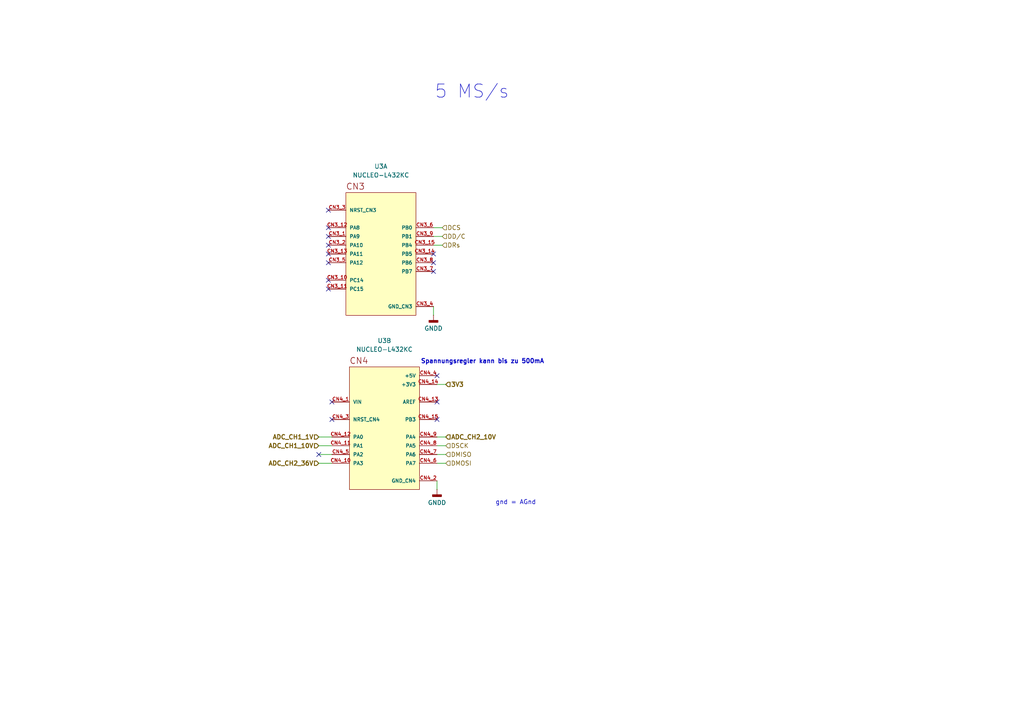
<source format=kicad_sch>
(kicad_sch (version 20250114) (generator "eeschema") (generator_version "9.0")
  (paper "A4")
  (lib_symbols
    (symbol "NUCLEO-L432KC:NUCLEO-L432KC" (pin_names (offset 1.016))
      (property "Reference" "U" (at -10.16 21.082 0))
      (property "Value" "NUCLEO-L432KC" (at -10.16 -20.32 0))
      (symbol "NUCLEO-L432KC_1_0"
        (rectangle (start -10.16 -17.78) (end 10.16 17.78) (stroke (width 0.1524)) (fill (type background)))
        (text "CN3" (at -10.16 18.542 0) (effects (font (size 1.778 1.778)) (justify left bottom)))
        (pin bidirectional line (at -15.24 12.7 0) (length 5.08) (name "NRST_CN3") (number "CN3_3"))
        (pin bidirectional line (at -15.24 7.62 0) (length 5.08) (name "PA8") (number "CN3_12"))
        (pin bidirectional line (at -15.24 5.08 0) (length 5.08) (name "PA9") (number "CN3_1"))
        (pin bidirectional line (at -15.24 2.54 0) (length 5.08) (name "PA10") (number "CN3_2"))
        (pin bidirectional line (at -15.24 0 0) (length 5.08) (name "PA11") (number "CN3_13"))
        (pin bidirectional line (at -15.24 -2.54 0) (length 5.08) (name "PA12") (number "CN3_5"))
        (pin bidirectional line (at -15.24 -7.62 0) (length 5.08) (name "PC14") (number "CN3_10"))
        (pin bidirectional line (at -15.24 -10.16 0) (length 5.08) (name "PC15") (number "CN3_11"))
        (pin bidirectional line (at 15.24 7.62 180) (length 5.08) (name "PB0") (number "CN3_6"))
        (pin bidirectional line (at 15.24 5.08 180) (length 5.08) (name "PB1") (number "CN3_9"))
        (pin bidirectional line (at 15.24 2.54 180) (length 5.08) (name "PB4") (number "CN3_15"))
        (pin bidirectional line (at 15.24 0 180) (length 5.08) (name "PB5") (number "CN3_14"))
        (pin bidirectional line (at 15.24 -2.54 180) (length 5.08) (name "PB6") (number "CN3_8"))
        (pin bidirectional line (at 15.24 -5.08 180) (length 5.08) (name "PB7") (number "CN3_7"))
        (pin power_in line (at 15.24 -15.24 180) (length 5.08) (name "GND_CN3") (number "CN3_4"))
      )
      (symbol "NUCLEO-L432KC_2_0"
        (rectangle (start -10.16 -17.78) (end 10.16 17.78) (stroke (width 0.1524)) (fill (type background)))
        (text "CN4" (at -10.16 18.542 0) (effects (font (size 1.778 1.778)) (justify left bottom)))
        (pin input line (at -15.24 7.62 0) (length 5.08) (name "VIN") (number "CN4_1"))
        (pin bidirectional line (at -15.24 2.54 0) (length 5.08) (name "NRST_CN4") (number "CN4_3"))
        (pin bidirectional line (at -15.24 -2.54 0) (length 5.08) (name "PA0") (number "CN4_12"))
        (pin bidirectional line (at -15.24 -5.08 0) (length 5.08) (name "PA1") (number "CN4_11"))
        (pin bidirectional line (at -15.24 -7.62 0) (length 5.08) (name "PA2") (number "CN4_5"))
        (pin bidirectional line (at -15.24 -10.16 0) (length 5.08) (name "PA3") (number "CN4_10"))
        (pin power_in line (at 15.24 15.24 180) (length 5.08) (name "+5V") (number "CN4_4"))
        (pin power_in line (at 15.24 12.7 180) (length 5.08) (name "+3V3") (number "CN4_14"))
        (pin bidirectional line (at 15.24 7.62 180) (length 5.08) (name "AREF") (number "CN4_13"))
        (pin bidirectional line (at 15.24 2.54 180) (length 5.08) (name "PB3") (number "CN4_15"))
        (pin bidirectional line (at 15.24 -2.54 180) (length 5.08) (name "PA4") (number "CN4_9"))
        (pin bidirectional line (at 15.24 -5.08 180) (length 5.08) (name "PA5") (number "CN4_8"))
        (pin bidirectional line (at 15.24 -7.62 180) (length 5.08) (name "PA6") (number "CN4_7"))
        (pin bidirectional line (at 15.24 -10.16 180) (length 5.08) (name "PA7") (number "CN4_6"))
        (pin power_in line (at 15.24 -15.24 180) (length 5.08) (name "GND_CN4") (number "CN4_2"))
      )
    )
    (symbol "power:GNDD" (power) (pin_numbers (hide yes)) (pin_names (offset 0) (hide yes))
      (property "Value" "GNDD" (at 0 -3.175 0))
      (symbol "GNDD_0_1"
        (rectangle (start -1.27 -1.524) (end 1.27 -2.032) (stroke (width 0.254)) (fill (type outline)))
        (polyline (pts (xy 0 0) (xy 0 -1.524)))
      )
      (symbol "GNDD_1_1"
        (pin power_in line (at 0 0 270) (length 0) (name "~") (number "1"))
      )
    )
  )
  (text "Spannungsregler kann bis zu 500mA\n" (at 139.954 104.902 0) (effects (font (size 1.27 1.27) (thickness 0.254) (bold yes))))
  (text "5 MS/s" (at 136.906 26.67 0) (effects (font (size 3.81 3.81))))
  (text "gnd = AGnd\n" (at 149.606 145.796 0) (effects (font (size 1.27 1.27))))
  (no_connect (at 96.266 121.666))
  (no_connect (at 96.266 116.586))
  (no_connect (at 95.25 60.96))
  (no_connect (at 125.73 76.2))
  (no_connect (at 95.25 71.12))
  (no_connect (at 95.25 76.2))
  (no_connect (at 125.73 78.74))
  (no_connect (at 95.25 68.58))
  (no_connect (at 126.746 108.966))
  (no_connect (at 92.456 131.826))
  (no_connect (at 125.73 73.66))
  (no_connect (at 95.25 66.04))
  (no_connect (at 126.746 121.666))
  (no_connect (at 95.25 81.28))
  (no_connect (at 95.25 73.66))
  (no_connect (at 126.746 116.586))
  (no_connect (at 95.25 83.82))
  (wire (pts (xy 125.73 66.04) (xy 128.27 66.04)))
  (wire (pts (xy 126.746 134.366) (xy 129.286 134.366)))
  (wire (pts (xy 126.746 111.506) (xy 129.286 111.506)))
  (wire (pts (xy 125.73 68.58) (xy 128.27 68.58)))
  (wire (pts (xy 126.746 139.446) (xy 126.746 141.986)))
  (wire (pts (xy 92.456 129.286) (xy 96.266 129.286)))
  (wire (pts (xy 126.746 129.286) (xy 129.286 129.286)))
  (wire (pts (xy 92.456 126.746) (xy 96.266 126.746)))
  (wire (pts (xy 125.73 71.12) (xy 128.27 71.12)))
  (wire (pts (xy 92.456 134.366) (xy 96.266 134.366)))
  (wire (pts (xy 92.456 131.826) (xy 96.266 131.826)))
  (wire (pts (xy 126.746 131.826) (xy 129.286 131.826)))
  (wire (pts (xy 126.746 126.746) (xy 129.286 126.746)))
  (wire (pts (xy 125.73 88.9) (xy 125.73 91.44)))
  (hierarchical_label "ADC_CH2_36V" (shape input) (at 92.456 134.366 180) (effects (font (thickness 0.254) (bold yes))))
  (hierarchical_label "DMISO" (shape input) (at 129.286 131.826 0))
  (hierarchical_label "DSCK" (shape input) (at 129.286 129.286 0))
  (hierarchical_label "3V3" (shape input) (at 129.286 111.506 0) (effects (font (thickness 0.254) (bold yes))))
  (hierarchical_label "DCS" (shape input) (at 128.27 66.04 0))
  (hierarchical_label "ADC_CH2_10V" (shape input) (at 129.286 126.746 0) (effects (font (thickness 0.254) (bold yes))))
  (hierarchical_label "DRs" (shape input) (at 128.27 71.12 0))
  (hierarchical_label "ADC_CH1_10V" (shape input) (at 92.456 129.286 180) (effects (font (thickness 0.254) (bold yes))))
  (hierarchical_label "ADC_CH1_1V" (shape input) (at 92.456 126.746 180) (effects (font (thickness 0.254) (bold yes))))
  (hierarchical_label "DD{slash}C" (shape input) (at 128.27 68.58 0))
  (hierarchical_label "DMOSI" (shape input) (at 129.286 134.366 0))
  (symbol (lib_id "NUCLEO-L432KC:NUCLEO-L432KC") (at 111.506 124.206 0) (unit 2)
    (property "Reference" "U3" (at 111.506 98.806 0))
    (property "Value" "NUCLEO-L432KC" (at 111.506 101.346 0))
    (property "Footprint" "My_Connectors:NUCLEO-L432KC_Module" (effects (hide yes)))
    (property "MF" "STMicroelectronics" (effects (hide yes)))
    (property "MAXIMUM_PACKAGE_HEIGHT" "N/A" (effects (hide yes)))
    (property "Package" "None" (effects (hide yes)))
    (property "Price" "None" (effects (hide yes)))
    (property "Check_prices" "https://www.snapeda.com/parts/NUCLEO-L432KC/STMicroelectronics/view-part/?ref=eda" (effects (hide yes)))
    (property "STANDARD" "Manufacturer Recommendations" (effects (hide yes)))
    (property "PARTREV" "N/A" (effects (hide yes)))
    (property "SnapEDA_Link" "https://www.snapeda.com/parts/NUCLEO-L432KC/STMicroelectronics/view-part/?ref=snap" (effects (hide yes)))
    (property "MP" "NUCLEO-L432KC" (effects (hide yes)))
    (property "Description_1" "STM32L432KC, mbed-Enabled Development Nucleo-32 STM32L4 ARM® Cortex®-M4 MCU 32-Bit Embedded Evaluation Board" (effects (hide yes)))
    (property "Availability" "In Stock" (effects (hide yes)))
    (property "MANUFACTURER" "ST Microelectronics" (effects (hide yes)))
  )
  (symbol (lib_id "power:GNDD") (at 126.746 141.986 0) (unit 1)
    (property "Reference" "#PWR014" (effects (hide yes)))
    (property "Value" "GNDD" (at 126.746 145.796 0))
    (property "Description" "Power symbol creates a global label with name \"GNDD\" , digital ground" (effects (hide yes)))
  )
  (symbol (lib_id "power:GNDD") (at 125.73 91.44 0) (unit 1)
    (property "Reference" "#PWR011" (effects (hide yes)))
    (property "Value" "GNDD" (at 125.73 95.25 0))
    (property "Description" "Power symbol creates a global label with name \"GNDD\" , digital ground" (effects (hide yes)))
  )
  (symbol (lib_id "NUCLEO-L432KC:NUCLEO-L432KC") (at 110.49 73.66 0) (unit 1)
    (property "Reference" "U3" (at 110.49 48.26 0))
    (property "Value" "NUCLEO-L432KC" (at 110.49 50.8 0))
    (property "Footprint" "My_Connectors:NUCLEO-L432KC_Module" (effects (hide yes)))
    (property "MF" "STMicroelectronics" (effects (hide yes)))
    (property "MAXIMUM_PACKAGE_HEIGHT" "N/A" (effects (hide yes)))
    (property "Package" "None" (effects (hide yes)))
    (property "Price" "None" (effects (hide yes)))
    (property "Check_prices" "https://www.snapeda.com/parts/NUCLEO-L432KC/STMicroelectronics/view-part/?ref=eda" (effects (hide yes)))
    (property "STANDARD" "Manufacturer Recommendations" (effects (hide yes)))
    (property "PARTREV" "N/A" (effects (hide yes)))
    (property "SnapEDA_Link" "https://www.snapeda.com/parts/NUCLEO-L432KC/STMicroelectronics/view-part/?ref=snap" (effects (hide yes)))
    (property "MP" "NUCLEO-L432KC" (effects (hide yes)))
    (property "Description_1" "STM32L432KC, mbed-Enabled Development Nucleo-32 STM32L4 ARM® Cortex®-M4 MCU 32-Bit Embedded Evaluation Board" (effects (hide yes)))
    (property "Availability" "In Stock" (effects (hide yes)))
    (property "MANUFACTURER" "ST Microelectronics" (effects (hide yes)))
  )
)
</source>
